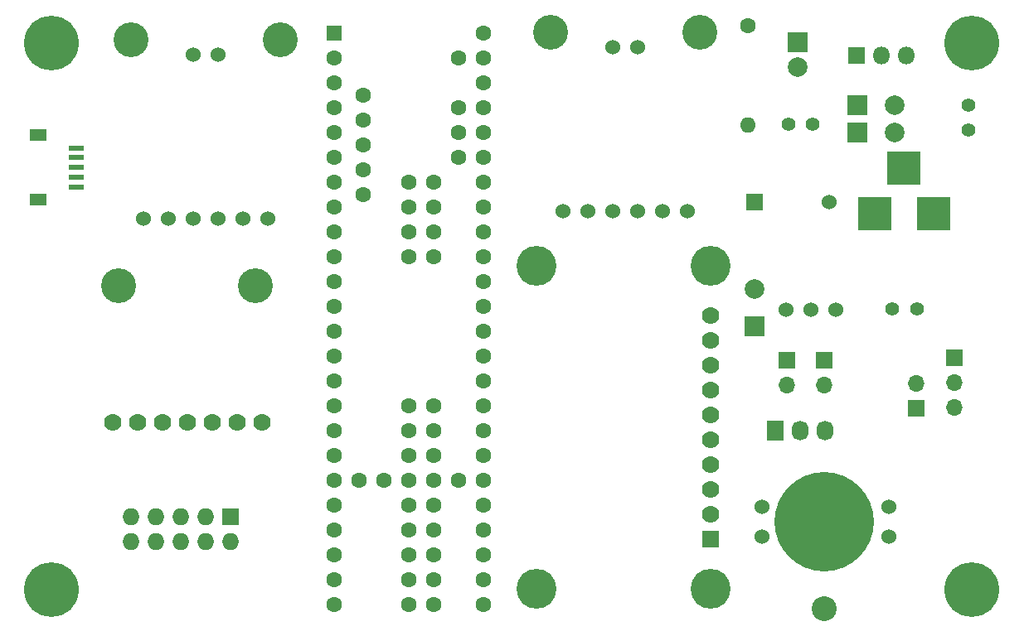
<source format=gbr>
G04 #@! TF.FileFunction,Soldermask,Top*
%FSLAX46Y46*%
G04 Gerber Fmt 4.6, Leading zero omitted, Abs format (unit mm)*
G04 Created by KiCad (PCBNEW 4.0.6) date Friday, July 28, 2017 'PMt' 03:28:58 PM*
%MOMM*%
%LPD*%
G01*
G04 APERTURE LIST*
%ADD10C,0.100000*%
%ADD11C,4.064000*%
%ADD12C,1.778000*%
%ADD13R,1.778000X1.778000*%
%ADD14C,10.160000*%
%ADD15C,1.524000*%
%ADD16C,2.540000*%
%ADD17C,3.556000*%
%ADD18C,1.600000*%
%ADD19R,1.600000X1.600000*%
%ADD20R,3.500120X3.500120*%
%ADD21R,2.000000X2.000000*%
%ADD22C,2.000000*%
%ADD23R,1.727200X1.727200*%
%ADD24O,1.727200X1.727200*%
%ADD25R,1.727200X2.032000*%
%ADD26O,1.727200X2.032000*%
%ADD27O,1.600000X1.600000*%
%ADD28R,1.800000X1.800000*%
%ADD29O,1.800000X1.800000*%
%ADD30C,5.588000*%
%ADD31C,1.998980*%
%ADD32R,1.998980X1.998980*%
%ADD33R,1.700000X1.700000*%
%ADD34O,1.700000X1.700000*%
%ADD35R,1.550000X0.600000*%
%ADD36R,1.800000X1.200000*%
%ADD37C,1.400000*%
G04 APERTURE END LIST*
D10*
D11*
X158750000Y-103378000D03*
X158750000Y-136398000D03*
X176530000Y-136398000D03*
D12*
X176530000Y-121158000D03*
X176530000Y-123698000D03*
X176530000Y-126238000D03*
X176530000Y-128778000D03*
D13*
X176530000Y-131318000D03*
D12*
X176530000Y-118618000D03*
X176530000Y-116078000D03*
X176530000Y-113538000D03*
X176530000Y-110998000D03*
X176530000Y-108458000D03*
D11*
X176530000Y-103378000D03*
D14*
X188087000Y-129540000D03*
D15*
X194691000Y-131064000D03*
X181737000Y-131064000D03*
X181737000Y-128016000D03*
X194691000Y-128016000D03*
D16*
X188087000Y-138430000D03*
D15*
X169037000Y-81026000D03*
X166497000Y-81026000D03*
X161417000Y-97790000D03*
X163957000Y-97790000D03*
X166497000Y-97790000D03*
X169037000Y-97790000D03*
X171577000Y-97790000D03*
X174117000Y-97790000D03*
D17*
X160147000Y-79502000D03*
X175387000Y-79502000D03*
D15*
X126238000Y-81788000D03*
X123698000Y-81788000D03*
X118618000Y-98552000D03*
X121158000Y-98552000D03*
X123698000Y-98552000D03*
X126238000Y-98552000D03*
X128778000Y-98552000D03*
X131318000Y-98552000D03*
D17*
X117348000Y-80264000D03*
X132588000Y-80264000D03*
D18*
X138049000Y-120269000D03*
X138049000Y-122809000D03*
X138049000Y-125349000D03*
X138049000Y-127889000D03*
X138049000Y-117729000D03*
X138049000Y-115189000D03*
X138049000Y-112649000D03*
X138049000Y-130429000D03*
X138049000Y-132969000D03*
X138049000Y-135509000D03*
X138049000Y-138049000D03*
X140589000Y-125349000D03*
X143129000Y-125349000D03*
X145669000Y-125349000D03*
X148209000Y-125349000D03*
X150749000Y-125349000D03*
X153289000Y-138049000D03*
X153289000Y-135509000D03*
X153289000Y-132969000D03*
X153289000Y-130429000D03*
X153289000Y-127889000D03*
X153289000Y-125349000D03*
X153289000Y-122809000D03*
X153289000Y-120269000D03*
X138049000Y-110109000D03*
X138049000Y-107569000D03*
X138049000Y-105029000D03*
X138049000Y-102489000D03*
X138049000Y-99949000D03*
X138049000Y-97409000D03*
X138049000Y-94869000D03*
X138049000Y-92329000D03*
X138049000Y-89789000D03*
X138049000Y-87249000D03*
X138049000Y-84709000D03*
X138049000Y-82169000D03*
D19*
X138049000Y-79629000D03*
D18*
X153289000Y-117729000D03*
X153289000Y-115189000D03*
X153289000Y-112649000D03*
X153289000Y-110109000D03*
X153289000Y-107569000D03*
X153289000Y-105029000D03*
X153289000Y-102489000D03*
X153289000Y-99949000D03*
X153289000Y-97409000D03*
X153289000Y-94869000D03*
X153289000Y-92329000D03*
X153289000Y-89789000D03*
X153289000Y-87249000D03*
X153289000Y-84709000D03*
X153289000Y-82169000D03*
X153289000Y-79629000D03*
X150749000Y-82169000D03*
X150749000Y-87249000D03*
X150749000Y-89789000D03*
X150749000Y-92329000D03*
X145669000Y-94869000D03*
X145669000Y-97409000D03*
X145669000Y-99949000D03*
X145669000Y-102489000D03*
X145669000Y-117729000D03*
X145669000Y-120269000D03*
X145669000Y-122809000D03*
X145669000Y-127889000D03*
X145669000Y-130429000D03*
X145669000Y-132969000D03*
X145669000Y-135509000D03*
X145669000Y-138049000D03*
X148209000Y-138049000D03*
X148209000Y-135509000D03*
X148209000Y-132969000D03*
X148209000Y-130429000D03*
X148209000Y-127889000D03*
X148209000Y-122809000D03*
X148209000Y-120269000D03*
X148209000Y-117729000D03*
X148209000Y-102489000D03*
X148209000Y-99949000D03*
X148209000Y-97409000D03*
X148209000Y-94869000D03*
X141049000Y-85979000D03*
X141049000Y-88519000D03*
X141049000Y-91059000D03*
X141049000Y-93599000D03*
X141049000Y-96139000D03*
D17*
X130048000Y-105410000D03*
X116078000Y-105410000D03*
D12*
X123063000Y-119380000D03*
X125603000Y-119380000D03*
X128143000Y-119380000D03*
X130683000Y-119380000D03*
X120523000Y-119380000D03*
X117983000Y-119380000D03*
X115443000Y-119380000D03*
D20*
X193263520Y-98094800D03*
X199263000Y-98094800D03*
X196263260Y-93395800D03*
D21*
X185420000Y-80518000D03*
D22*
X185420000Y-83058000D03*
D23*
X127508000Y-129032000D03*
D24*
X127508000Y-131572000D03*
X124968000Y-129032000D03*
X124968000Y-131572000D03*
X122428000Y-129032000D03*
X122428000Y-131572000D03*
X119888000Y-129032000D03*
X119888000Y-131572000D03*
X117348000Y-129032000D03*
X117348000Y-131572000D03*
D25*
X183134000Y-120269000D03*
D26*
X185674000Y-120269000D03*
X188214000Y-120269000D03*
D18*
X180340000Y-78867000D03*
D27*
X180340000Y-89027000D03*
D15*
X186740800Y-107924600D03*
X189280800Y-107924600D03*
X184200800Y-107924600D03*
D28*
X191389000Y-81915000D03*
D29*
X193929000Y-81915000D03*
X196469000Y-81915000D03*
D30*
X109220000Y-80645000D03*
X109220000Y-136525000D03*
X203200000Y-136525000D03*
X203200000Y-80645000D03*
D31*
X180975000Y-105791000D03*
D32*
X180975000Y-109601000D03*
D31*
X195326000Y-86995000D03*
D32*
X191516000Y-86995000D03*
D31*
X195326000Y-89789000D03*
D32*
X191516000Y-89789000D03*
D33*
X184277000Y-113030000D03*
D34*
X184277000Y-115570000D03*
D33*
X188087000Y-113030000D03*
D34*
X188087000Y-115570000D03*
D33*
X201422000Y-112776000D03*
D34*
X201422000Y-115316000D03*
X201422000Y-117856000D03*
D33*
X197485000Y-117983000D03*
D34*
X197485000Y-115443000D03*
D35*
X111698000Y-91343000D03*
X111698000Y-92343000D03*
X111698000Y-93343000D03*
X111698000Y-94343000D03*
X111698000Y-95343000D03*
D36*
X107823000Y-90043000D03*
X107823000Y-96643000D03*
D37*
X202819000Y-86995000D03*
X202819000Y-89495000D03*
X186944000Y-88900000D03*
X184444000Y-88900000D03*
X195035800Y-107823000D03*
X197535800Y-107823000D03*
D13*
X180975000Y-96850200D03*
D15*
X188595000Y-96850200D03*
M02*

</source>
